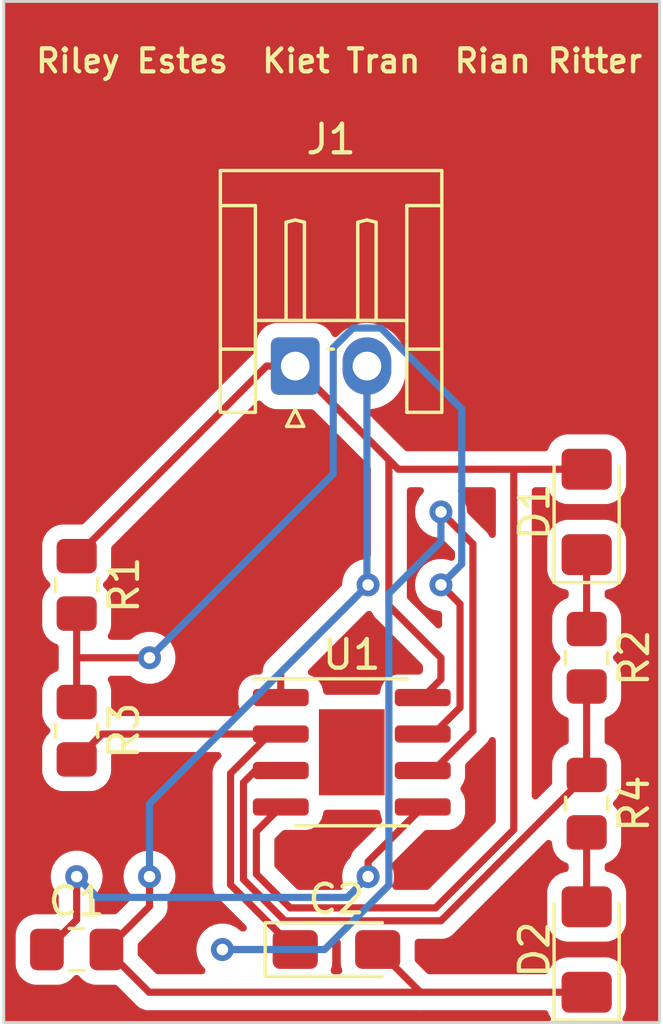
<source format=kicad_pcb>
(kicad_pcb (version 20221018) (generator pcbnew)
  (layers (0 "F.Cu" signal) (31 "B.Cu" signal) (34 "B.Paste" user) (35 "F.Paste" user) (36 "B.SilkS" user "B.Silkscreen") (37 "F.SilkS" user "F.Silkscreen") (38 "B.Mask" user) (39 "F.Mask" user) (44 "Edge.Cuts" user))
  (net 0 "")
  (net 1 "Net-(U1-CV)")
  (net 2 "GND")
  (net 3 "/pin_2")
  (net 4 "Net-(D1-K)")
  (net 5 "+9V")
  (net 6 "Net-(D2-A)")
  (net 7 "/pin_7")
  (net 8 "/pin_3")
  (footprint "Capacitor_Tantalum_SMD:CP_EIA-3216-18_Kemet-A_Pad1.58x1.35mm_HandSolder" (layer "F.Cu") (at 153.8375 93.98)
    (fp_text reference "C2" (at 0 -1.75) (layer "F.SilkS"))
    (fp_text value "10uF")
    (fp_line (start -2.485 -0.935) (end -2.485 0.935) (stroke (width 0.12)) (layer "F.SilkS"))
    (fp_line (start -2.485 0.935) (end 1.6 0.935) (stroke (width 0.12)) (layer "F.SilkS"))
    (fp_line (start 1.6 -0.935) (end -2.485 -0.935) (stroke (width 0.12)) (layer "F.SilkS"))
    (pad "1" smd roundrect (at -1.4375 0) (size 1.575 1.35) (layers "F.Cu" "F.Paste" "F.Mask") (roundrect_rratio 0.1851851852) (net 3 "/pin_2"))
    (pad "2" smd roundrect (at 1.4375 0) (size 1.575 1.35) (layers "F.Cu" "F.Paste" "F.Mask") (roundrect_rratio 0.1851851852) (net 2 "GND"))
  )
  (footprint "Package_SO:SOIC-8-1EP_3.9x4.9mm_P1.27mm_EP2.29x3mm" (layer "F.Cu") (at 154.37 87.11)
    (fp_text reference "U1" (at 0 -3.4) (layer "F.SilkS"))
    (fp_text value "NE555D")
    (fp_line (start 0 -2.56) (end -3.45 -2.56) (stroke (width 0.12)) (layer "F.SilkS"))
    (fp_line (start 0 -2.56) (end 1.95 -2.56) (stroke (width 0.12)) (layer "F.SilkS"))
    (fp_line (start 0 2.56) (end -1.95 2.56) (stroke (width 0.12)) (layer "F.SilkS"))
    (fp_line (start 0 2.56) (end 1.95 2.56) (stroke (width 0.12)) (layer "F.SilkS"))
    (pad "1" smd roundrect (at -2.475 -1.905) (size 1.95 0.6) (layers "F.Cu" "F.Paste" "F.Mask") (net 2 "GND"))
    (pad "2" smd roundrect (at -2.475 -0.635) (size 1.95 0.6) (layers "F.Cu" "F.Paste" "F.Mask") (net 3 "/pin_2"))
    (pad "3" smd roundrect (at -2.475 0.635) (size 1.95 0.6) (layers "F.Cu" "F.Paste" "F.Mask") (net 8 "/pin_3"))
    (pad "4" smd roundrect (at -2.475 1.905) (size 1.95 0.6) (layers "F.Cu" "F.Paste" "F.Mask") (net 5 "+9V"))
    (pad "5" smd roundrect (at 2.475 1.905) (size 1.95 0.6) (layers "F.Cu" "F.Paste" "F.Mask") (net 1 "Net-(U1-CV)"))
    (pad "6" smd roundrect (at 2.475 0.635) (size 1.95 0.6) (layers "F.Cu" "F.Paste" "F.Mask") (net 3 "/pin_2"))
    (pad "7" smd roundrect (at 2.475 -0.635) (size 1.95 0.6) (layers "F.Cu" "F.Paste" "F.Mask") (net 7 "/pin_7"))
    (pad "8" smd roundrect (at 2.475 -1.905) (size 1.95 0.6) (layers "F.Cu" "F.Paste" "F.Mask") (net 5 "+9V"))
    (pad "9" smd rect (at 0 0) (size 2.29 3) (layers "F.Cu" "F.Mask"))
  )
  (footprint "Resistor_SMD:R_0805_2012Metric_Pad1.20x1.40mm_HandSolder" (layer "F.Cu") (at 144.78 86.36 -90)
    (fp_text reference "R3" (at 0 -1.65 90) (layer "F.SilkS"))
    (fp_text value "10k")
    (fp_line (start -0.227064 -0.735) (end 0.227064 -0.735) (stroke (width 0.12)) (layer "F.SilkS"))
    (fp_line (start -0.227064 0.735) (end 0.227064 0.735) (stroke (width 0.12)) (layer "F.SilkS"))
    (pad "1" smd roundrect (at -1 0 270) (size 1.2 1.4) (layers "F.Cu" "F.Paste" "F.Mask") (roundrect_rratio 0.2083333333) (net 7 "/pin_7"))
    (pad "2" smd roundrect (at 1 0 270) (size 1.2 1.4) (layers "F.Cu" "F.Paste" "F.Mask") (roundrect_rratio 0.2083333333) (net 3 "/pin_2"))
  )
  (footprint "LED_SMD:LED_1206_3216Metric_Pad1.42x1.75mm_HandSolder" (layer "F.Cu") (at 162.56 78.74 90)
    (fp_text reference "D1" (at 0 -1.82 90) (layer "F.SilkS"))
    (fp_text value "LED")
    (fp_line (start -2.46 -1.135) (end -2.46 1.135) (stroke (width 0.12)) (layer "F.SilkS"))
    (fp_line (start -2.46 1.135) (end 1.6 1.135) (stroke (width 0.12)) (layer "F.SilkS"))
    (fp_line (start 1.6 -1.135) (end -2.46 -1.135) (stroke (width 0.12)) (layer "F.SilkS"))
    (pad "1" smd roundrect (at -1.4875 0 90) (size 1.425 1.75) (layers "F.Cu" "F.Paste" "F.Mask") (roundrect_rratio 0.1754392982) (net 4 "Net-(D1-K)"))
    (pad "2" smd roundrect (at 1.4875 0 90) (size 1.425 1.75) (layers "F.Cu" "F.Paste" "F.Mask") (roundrect_rratio 0.1754392982) (net 5 "+9V"))
  )
  (footprint "LED_SMD:LED_1206_3216Metric_Pad1.42x1.75mm_HandSolder" (layer "F.Cu") (at 162.56 93.98 90)
    (fp_text reference "D2" (at 0 -1.82 90) (layer "F.SilkS"))
    (fp_text value "LED")
    (fp_line (start -2.46 -1.135) (end -2.46 1.135) (stroke (width 0.12)) (layer "F.SilkS"))
    (fp_line (start -2.46 1.135) (end 1.6 1.135) (stroke (width 0.12)) (layer "F.SilkS"))
    (fp_line (start 1.6 -1.135) (end -2.46 -1.135) (stroke (width 0.12)) (layer "F.SilkS"))
    (pad "1" smd roundrect (at -1.4875 0 90) (size 1.425 1.75) (layers "F.Cu" "F.Paste" "F.Mask") (roundrect_rratio 0.1754392982) (net 2 "GND"))
    (pad "2" smd roundrect (at 1.4875 0 90) (size 1.425 1.75) (layers "F.Cu" "F.Paste" "F.Mask") (roundrect_rratio 0.1754392982) (net 6 "Net-(D2-A)"))
  )
  (footprint "Capacitor_SMD:C_0805_2012Metric_Pad1.18x1.45mm_HandSolder" (layer "F.Cu") (at 144.78 93.98)
    (fp_text reference "C1" (at 0 -1.68) (layer "F.SilkS"))
    (fp_text value "0.01uF")
    (fp_line (start -0.261252 -0.735) (end 0.261252 -0.735) (stroke (width 0.12)) (layer "F.SilkS"))
    (fp_line (start -0.261252 0.735) (end 0.261252 0.735) (stroke (width 0.12)) (layer "F.SilkS"))
    (pad "1" smd roundrect (at -1.0375 0) (size 1.175 1.45) (layers "F.Cu" "F.Paste" "F.Mask") (roundrect_rratio 0.2127659574) (net 1 "Net-(U1-CV)"))
    (pad "2" smd roundrect (at 1.0375 0) (size 1.175 1.45) (layers "F.Cu" "F.Paste" "F.Mask") (roundrect_rratio 0.2127659574) (net 2 "GND"))
  )
  (footprint "Resistor_SMD:R_0805_2012Metric_Pad1.20x1.40mm_HandSolder" (layer "F.Cu") (at 144.78 81.28 -90)
    (fp_text reference "R1" (at 0 -1.65 90) (layer "F.SilkS"))
    (fp_text value "1k")
    (fp_line (start -0.227064 -0.735) (end 0.227064 -0.735) (stroke (width 0.12)) (layer "F.SilkS"))
    (fp_line (start -0.227064 0.735) (end 0.227064 0.735) (stroke (width 0.12)) (layer "F.SilkS"))
    (pad "1" smd roundrect (at -1 0 270) (size 1.2 1.4) (layers "F.Cu" "F.Paste" "F.Mask") (roundrect_rratio 0.2083333333) (net 5 "+9V"))
    (pad "2" smd roundrect (at 1 0 270) (size 1.2 1.4) (layers "F.Cu" "F.Paste" "F.Mask") (roundrect_rratio 0.2083333333) (net 7 "/pin_7"))
  )
  (footprint "Resistor_SMD:R_0805_2012Metric_Pad1.20x1.40mm_HandSolder" (layer "F.Cu") (at 162.56 88.9 -90)
    (fp_text reference "R4" (at 0 -1.65 90) (layer "F.SilkS"))
    (fp_text value "1k")
    (fp_line (start -0.227064 -0.735) (end 0.227064 -0.735) (stroke (width 0.12)) (layer "F.SilkS"))
    (fp_line (start -0.227064 0.735) (end 0.227064 0.735) (stroke (width 0.12)) (layer "F.SilkS"))
    (pad "1" smd roundrect (at -1 0 270) (size 1.2 1.4) (layers "F.Cu" "F.Paste" "F.Mask") (roundrect_rratio 0.2083333333) (net 8 "/pin_3"))
    (pad "2" smd roundrect (at 1 0 270) (size 1.2 1.4) (layers "F.Cu" "F.Paste" "F.Mask") (roundrect_rratio 0.2083333333) (net 6 "Net-(D2-A)"))
  )
  (footprint "Connector_JST:JST_EH_S2B-EH_1x02_P2.50mm_Horizontal" (layer "F.Cu") (at 152.4 73.66)
    (fp_text reference "J1" (at 1.25 -7.9) (layer "F.SilkS"))
    (fp_text value "Conn_01x02_Pin")
    (fp_line (start -2.61 -6.81) (end 5.11 -6.81) (stroke (width 0.12)) (layer "F.SilkS"))
    (fp_line (start -2.61 -5.59) (end -1.39 -5.59) (stroke (width 0.12)) (layer "F.SilkS"))
    (fp_line (start -2.61 1.61) (end -2.61 -6.81) (stroke (width 0.12)) (layer "F.SilkS"))
    (fp_line (start -1.39 -5.59) (end -1.39 -0.59) (stroke (width 0.12)) (layer "F.SilkS"))
    (fp_line (start -1.39 -1.59) (end 3.89 -1.59) (stroke (width 0.12)) (layer "F.SilkS"))
    (fp_line (start -1.39 -0.59) (end -2.61 -0.59) (stroke (width 0.12)) (layer "F.SilkS"))
    (fp_line (start -1.39 -0.59) (end -1.39 1.61) (stroke (width 0.12)) (layer "F.SilkS"))
    (fp_line (start -1.39 1.61) (end -2.61 1.61) (stroke (width 0.12)) (layer "F.SilkS"))
    (fp_line (start -0.32 -5.01) (end 0 -5.09) (stroke (width 0.12)) (layer "F.SilkS"))
    (fp_line (start -0.32 -1.59) (end -0.32 -5.01) (stroke (width 0.12)) (layer "F.SilkS"))
    (fp_line (start -0.3 2.1) (end 0.3 2.1) (stroke (width 0.12)) (layer "F.SilkS"))
    (fp_line (start 0 -5.09) (end 0.32 -5.01) (stroke (width 0.12)) (layer "F.SilkS"))
    (fp_line (start 0 -1.59) (end -0.32 -1.59) (stroke (width 0.12)) (layer "F.SilkS"))
    (fp_line (start 0 1.5) (end -0.3 2.1) (stroke (width 0.12)) (layer "F.SilkS"))
    (fp_line (start 0.3 2.1) (end 0 1.5) (stroke (width 0.12)) (layer "F.SilkS"))
    (fp_line (start 0.32 -5.01) (end 0.32 -1.59) (stroke (width 0.12)) (layer "F.SilkS"))
    (fp_line (start 0.32 -1.59) (end 0 -1.59) (stroke (width 0.12)) (layer "F.SilkS"))
    (fp_line (start 1.17 -0.59) (end 1.33 -0.59) (stroke (width 0.12)) (layer "F.SilkS"))
    (fp_line (start 2.18 -5.01) (end 2.5 -5.09) (stroke (width 0.12)) (layer "F.SilkS"))
    (fp_line (start 2.18 -1.59) (end 2.18 -5.01) (stroke (width 0.12)) (layer "F.SilkS"))
    (fp_line (start 2.5 -5.09) (end 2.82 -5.01) (stroke (width 0.12)) (layer "F.SilkS"))
    (fp_line (start 2.5 -1.59) (end 2.18 -1.59) (stroke (width 0.12)) (layer "F.SilkS"))
    (fp_line (start 2.82 -5.01) (end 2.82 -1.59) (stroke (width 0.12)) (layer "F.SilkS"))
    (fp_line (start 2.82 -1.59) (end 2.5 -1.59) (stroke (width 0.12)) (layer "F.SilkS"))
    (fp_line (start 3.89 -5.59) (end 3.89 -0.59) (stroke (width 0.12)) (layer "F.SilkS"))
    (fp_line (start 3.89 -0.59) (end 5.11 -0.59) (stroke (width 0.12)) (layer "F.SilkS"))
    (fp_line (start 3.89 1.61) (end 3.89 -0.59) (stroke (width 0.12)) (layer "F.SilkS"))
    (fp_line (start 5.11 -6.81) (end 5.11 1.61) (stroke (width 0.12)) (layer "F.SilkS"))
    (fp_line (start 5.11 -5.59) (end 3.89 -5.59) (stroke (width 0.12)) (layer "F.SilkS"))
    (fp_line (start 5.11 1.61) (end 3.89 1.61) (stroke (width 0.12)) (layer "F.SilkS"))
    (pad "1" thru_hole roundrect (at 0 0) (size 1.7 2) (drill 1) (layers "*.Cu" "*.Mask") (roundrect_rratio 0.1470588235) (net 5 "+9V"))
    (pad "2" thru_hole oval (at 2.5 0) (size 1.7 2) (drill 1) (layers "*.Cu" "*.Mask") (net 2 "GND"))
  )
  (footprint "Resistor_SMD:R_0805_2012Metric_Pad1.20x1.40mm_HandSolder" (layer "F.Cu") (at 162.56 83.82 -90)
    (fp_text reference "R2" (at 0 -1.65 90) (layer "F.SilkS"))
    (fp_text value "1k")
    (fp_line (start -0.227064 -0.735) (end 0.227064 -0.735) (stroke (width 0.12)) (layer "F.SilkS"))
    (fp_line (start -0.227064 0.735) (end 0.227064 0.735) (stroke (width 0.12)) (layer "F.SilkS"))
    (pad "1" smd roundrect (at -1 0 270) (size 1.2 1.4) (layers "F.Cu" "F.Paste" "F.Mask") (roundrect_rratio 0.2083333333) (net 4 "Net-(D1-K)"))
    (pad "2" smd roundrect (at 1 0 270) (size 1.2 1.4) (layers "F.Cu" "F.Paste" "F.Mask") (roundrect_rratio 0.2083333333) (net 8 "/pin_3"))
  )
  (gr_rect (start 142.24 60.96) (end 165.1 96.52) (stroke (width 0.1)) (fill none) (layer "Edge.Cuts"))
  (gr_text "Riley Estes  Kiet Tran  Rian Ritter" (at 143.28 63.5) (layer "F.SilkS") (effects (font (size 0.8 0.8)) (justify left bottom)))
  (segment (start 154.94 90.92) (end 154.94 91.44) (width 0.25) (layer "F.Cu") (net 1))
  (segment (start 144.78 91.44) (end 144.78 92.9425) (width 0.25) (layer "F.Cu") (net 1))
  (segment (start 144.78 92.9425) (end 143.7425 93.98) (width 0.25) (layer "F.Cu") (net 1))
  (segment (start 156.845 89.015) (end 154.94 90.92) (width 0.25) (layer "F.Cu") (net 1))
  (via (at 144.78 91.44) (size 0.8) (drill 0.4) (layers "F.Cu" "B.Cu") (net 1))
  (via (at 154.94 91.44) (size 0.8) (drill 0.4) (layers "F.Cu" "B.Cu") (net 1))
  (segment (start 154.215 92.165) (end 145.505 92.165) (width 0.25) (layer "B.Cu") (net 1))
  (segment (start 154.94 91.44) (end 154.215 92.165) (width 0.25) (layer "B.Cu") (net 1))
  (segment (start 145.505 92.165) (end 144.78 91.44) (width 0.25) (layer "B.Cu") (net 1))
  (segment (start 151.895 85.205) (end 151.895 84.325) (width 0.25) (layer "F.Cu") (net 2))
  (segment (start 162.56 95.4675) (end 156.7625 95.4675) (width 0.25) (layer "F.Cu") (net 2))
  (segment (start 147.305 95.4675) (end 145.8175 93.98) (width 0.25) (layer "F.Cu") (net 2))
  (segment (start 151.895 84.325) (end 154.94 81.28) (width 0.25) (layer "F.Cu") (net 2))
  (segment (start 145.8175 93.98) (end 147.32 92.4775) (width 0.25) (layer "F.Cu") (net 2))
  (segment (start 156.7625 95.4675) (end 155.275 93.98) (width 0.25) (layer "F.Cu") (net 2))
  (segment (start 156.7625 95.4675) (end 147.305 95.4675) (width 0.25) (layer "F.Cu") (net 2))
  (segment (start 147.32 92.4775) (end 147.32 91.44) (width 0.25) (layer "F.Cu") (net 2))
  (via (at 147.32 91.44) (size 0.8) (drill 0.4) (layers "F.Cu" "B.Cu") (net 2))
  (via (at 154.94 81.28) (size 0.8) (drill 0.4) (layers "F.Cu" "B.Cu") (net 2))
  (segment (start 154.94 81.28) (end 154.9 81.24) (width 0.25) (layer "B.Cu") (net 2))
  (segment (start 147.32 91.44) (end 147.32 88.9) (width 0.25) (layer "B.Cu") (net 2))
  (segment (start 154.9 81.24) (end 154.9 73.66) (width 0.25) (layer "B.Cu") (net 2))
  (segment (start 147.32 88.9) (end 154.94 81.28) (width 0.25) (layer "B.Cu") (net 2))
  (segment (start 150.145 91.725) (end 150.145 87.848249) (width 0.25) (layer "F.Cu") (net 3))
  (segment (start 145.665 86.475) (end 151.895 86.475) (width 0.25) (layer "F.Cu") (net 3))
  (segment (start 151.518249 86.475) (end 151.895 86.475) (width 0.25) (layer "F.Cu") (net 3))
  (segment (start 149.86 93.98) (end 152.4 93.98) (width 0.25) (layer "F.Cu") (net 3))
  (segment (start 144.78 87.36) (end 145.665 86.475) (width 0.25) (layer "F.Cu") (net 3))
  (segment (start 158.595 79.855) (end 157.48 78.74) (width 0.25) (layer "F.Cu") (net 3))
  (segment (start 150.145 87.848249) (end 151.518249 86.475) (width 0.25) (layer "F.Cu") (net 3))
  (segment (start 156.845 87.745) (end 157.221751 87.745) (width 0.25) (layer "F.Cu") (net 3))
  (segment (start 152.4 93.98) (end 150.145 91.725) (width 0.25) (layer "F.Cu") (net 3))
  (segment (start 158.595 86.371751) (end 158.595 79.855) (width 0.25) (layer "F.Cu") (net 3))
  (segment (start 157.221751 87.745) (end 158.595 86.371751) (width 0.25) (layer "F.Cu") (net 3))
  (via (at 157.48 78.74) (size 0.8) (drill 0.4) (layers "F.Cu" "B.Cu") (net 3))
  (via (at 149.86 93.98) (size 0.8) (drill 0.4) (layers "F.Cu" "B.Cu") (net 3))
  (segment (start 155.665 81.580305) (end 155.665 91.740305) (width 0.25) (layer "B.Cu") (net 3))
  (segment (start 155.665 91.740305) (end 153.425305 93.98) (width 0.25) (layer "B.Cu") (net 3))
  (segment (start 153.425305 93.98) (end 149.86 93.98) (width 0.25) (layer "B.Cu") (net 3))
  (segment (start 157.48 79.765305) (end 155.665 81.580305) (width 0.25) (layer "B.Cu") (net 3))
  (segment (start 157.48 78.74) (end 157.48 79.765305) (width 0.25) (layer "B.Cu") (net 3))
  (segment (start 162.56 80.2275) (end 162.56 82.82) (width 0.25) (layer "F.Cu") (net 4))
  (segment (start 151.895 89.015) (end 151.045 89.865) (width 0.25) (layer "F.Cu") (net 5))
  (segment (start 155.9925 77.2525) (end 152.4 73.66) (width 0.25) (layer "F.Cu") (net 5))
  (segment (start 144.78 80.28) (end 151.4 73.66) (width 0.25) (layer "F.Cu") (net 5))
  (segment (start 151.4 73.66) (end 152.4 73.66) (width 0.25) (layer "F.Cu") (net 5))
  (segment (start 151.045 91.352208) (end 152.222792 92.53) (width 0.25) (layer "F.Cu") (net 5))
  (segment (start 160.02 89.803604) (end 160.02 77.2525) (width 0.25) (layer "F.Cu") (net 5))
  (segment (start 157.48 83.82) (end 155.665 82.005) (width 0.25) (layer "F.Cu") (net 5))
  (segment (start 157.293604 92.53) (end 160.02 89.803604) (width 0.25) (layer "F.Cu") (net 5))
  (segment (start 151.045 89.865) (end 151.045 91.352208) (width 0.25) (layer "F.Cu") (net 5))
  (segment (start 155.665 76.925) (end 152.4 73.66) (width 0.25) (layer "F.Cu") (net 5))
  (segment (start 162.56 77.2525) (end 160.02 77.2525) (width 0.25) (layer "F.Cu") (net 5))
  (segment (start 152.222792 92.53) (end 157.293604 92.53) (width 0.25) (layer "F.Cu") (net 5))
  (segment (start 155.665 82.005) (end 155.665 76.925) (width 0.25) (layer "F.Cu") (net 5))
  (segment (start 156.845 85.205) (end 157.48 84.57) (width 0.25) (layer "F.Cu") (net 5))
  (segment (start 160.02 77.2525) (end 155.9925 77.2525) (width 0.25) (layer "F.Cu") (net 5))
  (segment (start 157.48 84.57) (end 157.48 83.82) (width 0.25) (layer "F.Cu") (net 5))
  (segment (start 162.56 89.9) (end 162.56 92.4925) (width 0.25) (layer "F.Cu") (net 6))
  (segment (start 156.845 86.475) (end 157.221751 86.475) (width 0.25) (layer "F.Cu") (net 7))
  (segment (start 157.221751 86.475) (end 158.145 85.551751) (width 0.25) (layer "F.Cu") (net 7))
  (segment (start 147.32 83.82) (end 144.78 83.82) (width 0.25) (layer "F.Cu") (net 7))
  (segment (start 144.78 83.82) (end 144.78 85.36) (width 0.25) (layer "F.Cu") (net 7))
  (segment (start 158.145 85.551751) (end 158.145 81.945) (width 0.25) (layer "F.Cu") (net 7))
  (segment (start 144.78 82.28) (end 144.78 83.82) (width 0.25) (layer "F.Cu") (net 7))
  (segment (start 158.145 81.945) (end 157.48 81.28) (width 0.25) (layer "F.Cu") (net 7))
  (via (at 157.48 81.28) (size 0.8) (drill 0.4) (layers "F.Cu" "B.Cu") (net 7))
  (via (at 147.32 83.82) (size 0.8) (drill 0.4) (layers "F.Cu" "B.Cu") (net 7))
  (segment (start 158.205 75.153299) (end 155.386701 72.335) (width 0.25) (layer "B.Cu") (net 7))
  (segment (start 157.48 81.28) (end 158.205 80.555) (width 0.25) (layer "B.Cu") (net 7))
  (segment (start 158.205 80.555) (end 158.205 75.153299) (width 0.25) (layer "B.Cu") (net 7))
  (segment (start 155.386701 72.335) (end 154.413299 72.335) (width 0.25) (layer "B.Cu") (net 7))
  (segment (start 153.725 73.023299) (end 153.725 77.415) (width 0.25) (layer "B.Cu") (net 7))
  (segment (start 153.725 77.415) (end 147.32 83.82) (width 0.25) (layer "B.Cu") (net 7))
  (segment (start 154.413299 72.335) (end 153.725 73.023299) (width 0.25) (layer "B.Cu") (net 7))
  (segment (start 151.015 87.745) (end 150.595 88.165) (width 0.25) (layer "F.Cu") (net 8))
  (segment (start 150.595 91.538604) (end 152.036396 92.98) (width 0.25) (layer "F.Cu") (net 8))
  (segment (start 162.56 84.82) (end 162.56 87.9) (width 0.25) (layer "F.Cu") (net 8))
  (segment (start 150.595 88.165) (end 150.595 91.538604) (width 0.25) (layer "F.Cu") (net 8))
  (segment (start 157.48 92.98) (end 162.56 87.9) (width 0.25) (layer "F.Cu") (net 8))
  (segment (start 151.895 87.745) (end 151.015 87.745) (width 0.25) (layer "F.Cu") (net 8))
  (segment (start 152.036396 92.98) (end 157.48 92.98) (width 0.25) (layer "F.Cu") (net 8))
  (zone (net 0) (net_name "") (layer "F.Cu") (name "Ground") (connect_pads (clearance 0.5)) (min_thickness 0.25) (fill yes (thermal_gap 0.5) (thermal_bridge_width 0.5) (island_removal_mode 1) (island_area_min 10))
    (polygon (pts (xy 142.24 60.96) (xy 165.1 60.96) (xy 165.1 96.52) (xy 142.24 96.52)))
  )
)
</source>
